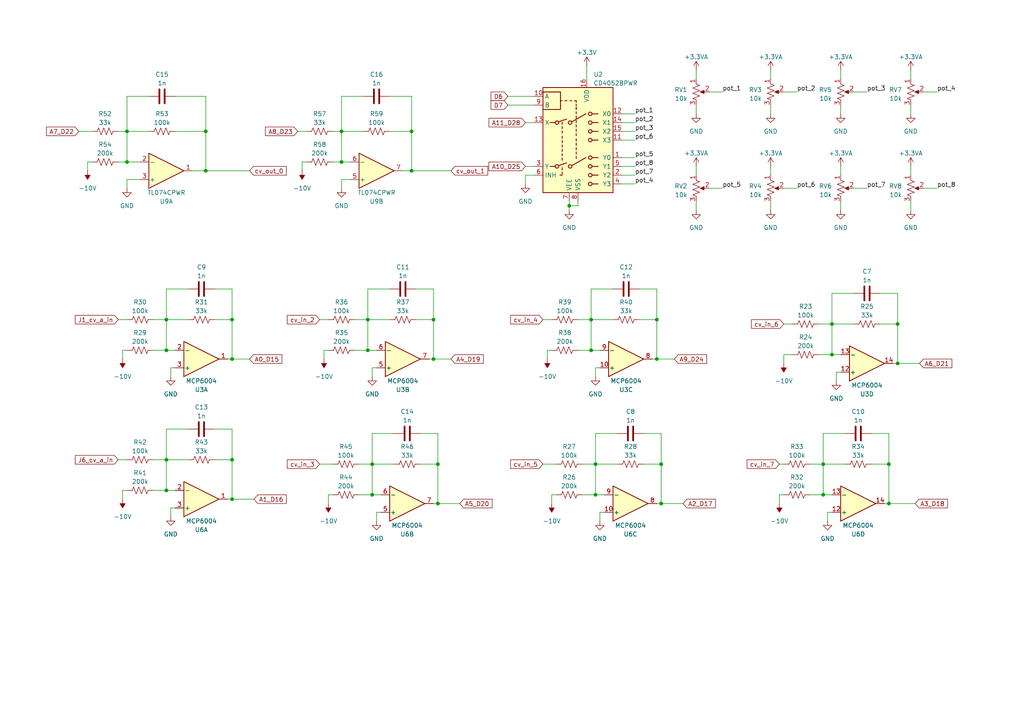
<source format=kicad_sch>
(kicad_sch (version 20231120) (generator "eeschema") (generator_version "8.0")
  (paper "A4")
  (lib_symbols
    (symbol "Amplifier_Operational:MCP6004" (pin_names (offset 0.127))
      (property "Reference" "U" (at 0 5.08 0))
      (property "Value" "MCP6004" (at 0 -5.08 0))
      (symbol "MCP6004_1_1"
        (polyline (pts (xy -5.08 5.08) (xy 5.08 0) (xy -5.08 -5.08) (xy -5.08 5.08)) (stroke (width 0.254)) (fill (type background)))
        (pin output line (at 7.62 0 180) (length 2.54) (name "~") (number "1"))
        (pin input line (at -7.62 -2.54 0) (length 2.54) (name "-") (number "2"))
        (pin input line (at -7.62 2.54 0) (length 2.54) (name "+") (number "3"))
      )
      (symbol "MCP6004_2_1"
        (polyline (pts (xy -5.08 5.08) (xy 5.08 0) (xy -5.08 -5.08) (xy -5.08 5.08)) (stroke (width 0.254)) (fill (type background)))
        (pin input line (at -7.62 2.54 0) (length 2.54) (name "+") (number "5"))
        (pin input line (at -7.62 -2.54 0) (length 2.54) (name "-") (number "6"))
        (pin output line (at 7.62 0 180) (length 2.54) (name "~") (number "7"))
      )
      (symbol "MCP6004_3_1"
        (polyline (pts (xy -5.08 5.08) (xy 5.08 0) (xy -5.08 -5.08) (xy -5.08 5.08)) (stroke (width 0.254)) (fill (type background)))
        (pin input line (at -7.62 2.54 0) (length 2.54) (name "+") (number "10"))
        (pin output line (at 7.62 0 180) (length 2.54) (name "~") (number "8"))
        (pin input line (at -7.62 -2.54 0) (length 2.54) (name "-") (number "9"))
      )
      (symbol "MCP6004_4_1"
        (polyline (pts (xy -5.08 5.08) (xy 5.08 0) (xy -5.08 -5.08) (xy -5.08 5.08)) (stroke (width 0.254)) (fill (type background)))
        (pin input line (at -7.62 2.54 0) (length 2.54) (name "+") (number "12"))
        (pin input line (at -7.62 -2.54 0) (length 2.54) (name "-") (number "13"))
        (pin output line (at 7.62 0 180) (length 2.54) (name "~") (number "14"))
      )
      (symbol "MCP6004_5_1"
        (pin power_in line (at -2.54 -7.62 90) (length 3.81) (name "V-") (number "11"))
        (pin power_in line (at -2.54 7.62 270) (length 3.81) (name "V+") (number "4"))
      )
    )
    (symbol "Amplifier_Operational:TL074" (pin_names (offset 0.127))
      (property "Reference" "U" (at 0 5.08 0))
      (property "Value" "TL074" (at 0 -5.08 0))
      (symbol "TL074_1_1"
        (polyline (pts (xy -5.08 5.08) (xy 5.08 0) (xy -5.08 -5.08) (xy -5.08 5.08)) (stroke (width 0.254)) (fill (type background)))
        (pin output line (at 7.62 0 180) (length 2.54) (name "~") (number "1"))
        (pin input line (at -7.62 -2.54 0) (length 2.54) (name "-") (number "2"))
        (pin input line (at -7.62 2.54 0) (length 2.54) (name "+") (number "3"))
      )
      (symbol "TL074_2_1"
        (polyline (pts (xy -5.08 5.08) (xy 5.08 0) (xy -5.08 -5.08) (xy -5.08 5.08)) (stroke (width 0.254)) (fill (type background)))
        (pin input line (at -7.62 2.54 0) (length 2.54) (name "+") (number "5"))
        (pin input line (at -7.62 -2.54 0) (length 2.54) (name "-") (number "6"))
        (pin output line (at 7.62 0 180) (length 2.54) (name "~") (number "7"))
      )
      (symbol "TL074_3_1"
        (polyline (pts (xy -5.08 5.08) (xy 5.08 0) (xy -5.08 -5.08) (xy -5.08 5.08)) (stroke (width 0.254)) (fill (type background)))
        (pin input line (at -7.62 2.54 0) (length 2.54) (name "+") (number "10"))
        (pin output line (at 7.62 0 180) (length 2.54) (name "~") (number "8"))
        (pin input line (at -7.62 -2.54 0) (length 2.54) (name "-") (number "9"))
      )
      (symbol "TL074_4_1"
        (polyline (pts (xy -5.08 5.08) (xy 5.08 0) (xy -5.08 -5.08) (xy -5.08 5.08)) (stroke (width 0.254)) (fill (type background)))
        (pin input line (at -7.62 2.54 0) (length 2.54) (name "+") (number "12"))
        (pin input line (at -7.62 -2.54 0) (length 2.54) (name "-") (number "13"))
        (pin output line (at 7.62 0 180) (length 2.54) (name "~") (number "14"))
      )
      (symbol "TL074_5_1"
        (pin power_in line (at -2.54 -7.62 90) (length 3.81) (name "V-") (number "11"))
        (pin power_in line (at -2.54 7.62 270) (length 3.81) (name "V+") (number "4"))
      )
    )
    (symbol "Analog_Switch:CD4052B"
      (property "Reference" "U" (at -10.16 16.51 0))
      (property "Value" "CD4052B" (at 3.81 16.51 0))
      (symbol "CD4052B_0_1"
        (rectangle (start -10.16 8.89) (end -5.08 13.97) (stroke (width 0.254)))
        (rectangle (start -10.16 15.24) (end 10.16 -15.24) (stroke (width 0.254)) (fill (type background)))
        (circle (center -6.096 -7.62) (radius 0.508) (stroke (width 0.254)))
        (circle (center -6.096 5.08) (radius 0.508) (stroke (width 0.254)))
        (circle (center -2.286 -7.62) (radius 0.508) (stroke (width 0.254)))
        (circle (center -2.286 5.08) (radius 0.508) (stroke (width 0.254)))
        (polyline (pts (xy -8.128 -7.62) (xy -6.604 -7.62)) (stroke (width 0.254)))
        (polyline (pts (xy -8.128 5.08) (xy -6.604 5.08)) (stroke (width 0.254)))
        (polyline (pts (xy -5.588 -7.366) (xy -3.302 -6.604)) (stroke (width 0.254)))
        (polyline (pts (xy -5.588 5.334) (xy -3.302 6.096)) (stroke (width 0.254)))
        (polyline (pts (xy -4.572 -10.16) (xy -5.207 -10.16)) (stroke (width 0.254)))
        (polyline (pts (xy -4.572 -9.906) (xy -4.572 -9.271)) (stroke (width 0.254)))
        (polyline (pts (xy -4.572 -8.636) (xy -4.572 -8.001)) (stroke (width 0.254)))
        (polyline (pts (xy -4.572 -5.842) (xy -4.572 -5.207)) (stroke (width 0.254)))
        (polyline (pts (xy -4.572 -4.572) (xy -4.572 -3.937)) (stroke (width 0.254)))
        (polyline (pts (xy -4.572 -3.302) (xy -4.572 -2.667)) (stroke (width 0.254)))
        (polyline (pts (xy -4.572 -2.032) (xy -4.572 -1.397)) (stroke (width 0.254)))
        (polyline (pts (xy -4.572 -0.762) (xy -4.572 -0.127)) (stroke (width 0.254)))
        (polyline (pts (xy -4.572 0.508) (xy -4.572 1.143)) (stroke (width 0.254)))
        (polyline (pts (xy -4.572 2.032) (xy -4.572 2.667)) (stroke (width 0.254)))
        (polyline (pts (xy -4.572 3.302) (xy -4.572 3.937)) (stroke (width 0.254)))
        (polyline (pts (xy -4.572 4.572) (xy -4.572 5.207)) (stroke (width 0.254)))
        (polyline (pts (xy -4.572 11.43) (xy -5.08 11.43)) (stroke (width 0.254)))
        (polyline (pts (xy -3.81 11.43) (xy -3.175 11.43)) (stroke (width 0.254)))
        (polyline (pts (xy -1.778 -7.366) (xy 2.286 -5.08)) (stroke (width 0.254)))
        (polyline (pts (xy -1.778 5.334) (xy 2.286 7.62)) (stroke (width 0.254)))
        (polyline (pts (xy -1.778 11.43) (xy -2.286 11.43)) (stroke (width 0.254)))
        (polyline (pts (xy -0.508 -5.334) (xy -0.508 -4.699)) (stroke (width 0.254)))
        (polyline (pts (xy -0.508 -4.064) (xy -0.508 -3.429)) (stroke (width 0.254)))
        (polyline (pts (xy -0.508 -2.794) (xy -0.508 -2.159)) (stroke (width 0.254)))
        (polyline (pts (xy -0.508 -1.524) (xy -0.508 -0.889)) (stroke (width 0.254)))
        (polyline (pts (xy -0.508 -0.254) (xy -0.508 0.381)) (stroke (width 0.254)))
        (polyline (pts (xy -0.508 1.27) (xy -0.508 1.905)) (stroke (width 0.254)))
        (polyline (pts (xy -0.508 2.54) (xy -0.508 3.175)) (stroke (width 0.254)))
        (polyline (pts (xy -0.508 3.81) (xy -0.508 4.445)) (stroke (width 0.254)))
        (polyline (pts (xy -0.508 5.08) (xy -0.508 5.715)) (stroke (width 0.254)))
        (polyline (pts (xy -0.508 6.35) (xy -0.508 6.985)) (stroke (width 0.254)))
        (polyline (pts (xy -0.508 7.62) (xy -0.508 8.255)) (stroke (width 0.254)))
        (polyline (pts (xy -0.508 8.89) (xy -0.508 9.398)) (stroke (width 0.254)))
        (polyline (pts (xy -0.508 8.89) (xy -0.508 9.525)) (stroke (width 0.254)))
        (polyline (pts (xy -0.508 9.906) (xy -0.508 10.414)) (stroke (width 0.254)))
        (polyline (pts (xy -0.508 10.922) (xy -0.508 11.43)) (stroke (width 0.254)))
        (polyline (pts (xy -0.508 11.43) (xy -1.016 11.43)) (stroke (width 0.254)))
        (polyline (pts (xy 4.064 -12.7) (xy 5.842 -12.7)) (stroke (width 0.254)))
        (polyline (pts (xy 4.064 -10.16) (xy 5.842 -10.16)) (stroke (width 0.254)))
        (polyline (pts (xy 4.064 -7.62) (xy 5.842 -7.62)) (stroke (width 0.254)))
        (polyline (pts (xy 4.064 -5.08) (xy 5.842 -5.08)) (stroke (width 0.254)))
        (polyline (pts (xy 4.064 0) (xy 5.842 0)) (stroke (width 0.254)))
        (polyline (pts (xy 4.064 2.54) (xy 5.842 2.54)) (stroke (width 0.254)))
        (polyline (pts (xy 4.064 5.08) (xy 5.842 5.08)) (stroke (width 0.254)))
        (polyline (pts (xy 4.064 7.62) (xy 5.842 7.62)) (stroke (width 0.254)))
        (circle (center 3.556 -12.7) (radius 0.508) (stroke (width 0.254)))
        (circle (center 3.556 -10.16) (radius 0.508) (stroke (width 0.254)))
        (circle (center 3.556 -7.62) (radius 0.508) (stroke (width 0.254)))
        (circle (center 3.556 -5.08) (radius 0.508) (stroke (width 0.254)))
        (circle (center 3.556 0) (radius 0.508) (stroke (width 0.254)))
        (circle (center 3.556 2.54) (radius 0.508) (stroke (width 0.254)))
        (circle (center 3.556 5.08) (radius 0.508) (stroke (width 0.254)))
        (circle (center 3.556 7.62) (radius 0.508) (stroke (width 0.254)))
      )
      (symbol "CD4052B_1_1"
        (pin bidirectional line (at 12.7 -5.08 180) (length 2.54) (name "Y0") (number "1"))
        (pin input line (at -12.7 12.7 0) (length 2.54) (name "A") (number "10"))
        (pin bidirectional line (at 12.7 0 180) (length 2.54) (name "X3") (number "11"))
        (pin bidirectional line (at 12.7 7.62 180) (length 2.54) (name "X0") (number "12"))
        (pin bidirectional line (at -12.7 5.08 0) (length 2.54) (name "X") (number "13"))
        (pin bidirectional line (at 12.7 5.08 180) (length 2.54) (name "X1") (number "14"))
        (pin bidirectional line (at 12.7 2.54 180) (length 2.54) (name "X2") (number "15"))
        (pin power_in line (at 2.54 17.78 270) (length 2.54) (name "VDD") (number "16"))
        (pin bidirectional line (at 12.7 -10.16 180) (length 2.54) (name "Y2") (number "2"))
        (pin bidirectional line (at -12.7 -7.62 0) (length 2.54) (name "Y") (number "3"))
        (pin bidirectional line (at 12.7 -12.7 180) (length 2.54) (name "Y3") (number "4"))
        (pin bidirectional line (at 12.7 -7.62 180) (length 2.54) (name "Y1") (number "5"))
        (pin input line (at -12.7 -10.16 0) (length 2.54) (name "INH") (number "6"))
        (pin power_in line (at -2.54 -17.78 90) (length 2.54) (name "VEE") (number "7"))
        (pin power_in line (at 0 -17.78 90) (length 2.54) (name "VSS") (number "8"))
        (pin input line (at -12.7 10.16 0) (length 2.54) (name "B") (number "9"))
      )
    )
    (symbol "Device:C" (pin_numbers hide) (pin_names (offset 0.254))
      (property "Reference" "C" (at 0.635 2.54 0))
      (property "Value" "C" (at 0.635 -2.54 0))
      (symbol "C_0_1"
        (polyline (pts (xy -2.032 -0.762) (xy 2.032 -0.762)) (stroke (width 0.508)))
        (polyline (pts (xy -2.032 0.762) (xy 2.032 0.762)) (stroke (width 0.508)))
      )
      (symbol "C_1_1"
        (pin passive line (at 0 3.81 270) (length 2.794) (name "~") (number "1"))
        (pin passive line (at 0 -3.81 90) (length 2.794) (name "~") (number "2"))
      )
    )
    (symbol "Device:R_Potentiometer_US" (pin_names (offset 1.016) hide)
      (property "Reference" "RV" (at -4.445 0 90))
      (property "Value" "R_Potentiometer_US" (at -2.54 0 90))
      (symbol "R_Potentiometer_US_0_1"
        (polyline (pts (xy 0 -2.286) (xy 0 -2.54)))
        (polyline (pts (xy 0 2.54) (xy 0 2.286)))
        (polyline (pts (xy 2.54 0) (xy 1.524 0)))
        (polyline (pts (xy 1.143 0) (xy 2.286 0.508) (xy 2.286 -0.508) (xy 1.143 0)) (fill (type outline)))
        (polyline (pts (xy 0 -0.762) (xy 1.016 -1.143) (xy 0 -1.524) (xy -1.016 -1.905) (xy 0 -2.286)))
        (polyline (pts (xy 0 0.762) (xy 1.016 0.381) (xy 0 0) (xy -1.016 -0.381) (xy 0 -0.762)))
        (polyline (pts (xy 0 2.286) (xy 1.016 1.905) (xy 0 1.524) (xy -1.016 1.143) (xy 0 0.762)))
      )
      (symbol "R_Potentiometer_US_1_1"
        (pin passive line (at 0 3.81 270) (length 1.27) (name "1") (number "1"))
        (pin passive line (at 3.81 0 180) (length 1.27) (name "2") (number "2"))
        (pin passive line (at 0 -3.81 90) (length 1.27) (name "3") (number "3"))
      )
    )
    (symbol "Device:R_US" (pin_numbers hide) (pin_names (offset 0))
      (property "Reference" "R" (at 2.54 0 90))
      (property "Value" "R_US" (at -2.54 0 90))
      (symbol "R_US_0_1"
        (polyline (pts (xy 0 -2.286) (xy 0 -2.54)))
        (polyline (pts (xy 0 2.286) (xy 0 2.54)))
        (polyline (pts (xy 0 -0.762) (xy 1.016 -1.143) (xy 0 -1.524) (xy -1.016 -1.905) (xy 0 -2.286)))
        (polyline (pts (xy 0 0.762) (xy 1.016 0.381) (xy 0 0) (xy -1.016 -0.381) (xy 0 -0.762)))
        (polyline (pts (xy 0 2.286) (xy 1.016 1.905) (xy 0 1.524) (xy -1.016 1.143) (xy 0 0.762)))
      )
      (symbol "R_US_1_1"
        (pin passive line (at 0 3.81 270) (length 1.27) (name "~") (number "1"))
        (pin passive line (at 0 -3.81 90) (length 1.27) (name "~") (number "2"))
      )
    )
    (symbol "power:+3.3V" (power) (pin_names (offset 0))
      (property "Value" "+3.3V" (at 0 3.556 0))
      (symbol "+3.3V_0_1"
        (polyline (pts (xy -0.762 1.27) (xy 0 2.54)))
        (polyline (pts (xy 0 0) (xy 0 2.54)))
        (polyline (pts (xy 0 2.54) (xy 0.762 1.27)))
      )
      (symbol "+3.3V_1_1"
        (pin power_in line (at 0 0 90) (length 0) hide (name "+3.3V") (number "1"))
      )
    )
    (symbol "power:+3.3VA" (power) (pin_names (offset 0))
      (property "Value" "+3.3VA" (at 0 3.556 0))
      (symbol "+3.3VA_0_1"
        (polyline (pts (xy -0.762 1.27) (xy 0 2.54)))
        (polyline (pts (xy 0 0) (xy 0 2.54)))
        (polyline (pts (xy 0 2.54) (xy 0.762 1.27)))
      )
      (symbol "+3.3VA_1_1"
        (pin power_in line (at 0 0 90) (length 0) hide (name "+3.3VA") (number "1"))
      )
    )
    (symbol "power:-10V" (power) (pin_names (offset 0))
      (property "Value" "-10V" (at 0 3.81 0))
      (symbol "-10V_0_0"
        (pin power_in line (at 0 0 90) (length 0) hide (name "-10V") (number "1"))
      )
      (symbol "-10V_0_1"
        (polyline (pts (xy 0 0) (xy 0 1.27) (xy 0.762 1.27) (xy 0 2.54) (xy -0.762 1.27) (xy 0 1.27)) (fill (type outline)))
      )
    )
    (symbol "power:GND" (power) (pin_names (offset 0))
      (property "Value" "GND" (at 0 -3.81 0))
      (symbol "GND_0_1"
        (polyline (pts (xy 0 0) (xy 0 -1.27) (xy 1.27 -1.27) (xy 0 -2.54) (xy -1.27 -1.27) (xy 0 -1.27)))
      )
      (symbol "GND_1_1"
        (pin power_in line (at 0 0 270) (length 0) hide (name "GND") (number "1"))
      )
    )
  )
  (junction (at 190.5 92.71))
  (junction (at 107.95 134.62))
  (junction (at 67.31 104.14))
  (junction (at 238.76 143.51))
  (junction (at 119.38 49.53))
  (junction (at 99.06 46.99))
  (junction (at 125.73 92.71))
  (junction (at 127 146.05))
  (junction (at 257.81 146.05))
  (junction (at 107.95 143.51))
  (junction (at 257.81 134.62))
  (junction (at 238.76 134.62))
  (junction (at 36.83 46.99))
  (junction (at 260.35 105.41))
  (junction (at 171.45 101.6))
  (junction (at 191.77 134.62))
  (junction (at 48.26 142.24))
  (junction (at 172.72 134.62))
  (junction (at 67.31 92.71))
  (junction (at 59.69 49.53))
  (junction (at 171.45 92.71))
  (junction (at 127 134.62))
  (junction (at 106.68 101.6))
  (junction (at 59.69 38.1))
  (junction (at 260.35 93.98))
  (junction (at 241.3 102.87))
  (junction (at 36.83 38.1))
  (junction (at 191.77 146.05))
  (junction (at 241.3 93.98))
  (junction (at 172.72 143.51))
  (junction (at 165.1 59.69))
  (junction (at 48.26 101.6))
  (junction (at 48.26 133.35))
  (junction (at 106.68 92.71))
  (junction (at 125.73 104.14))
  (junction (at 48.26 92.71))
  (junction (at 99.06 38.1))
  (junction (at 67.31 133.35))
  (junction (at 67.31 144.78))
  (junction (at 190.5 104.14))
  (junction (at 119.38 38.1))
  (wire (pts (xy 107.95 109.22) (xy 107.95 106.68)))
  (wire (pts (xy 67.31 144.78) (xy 73.66 144.78)))
  (wire (pts (xy 227.33 93.98) (xy 229.87 93.98)))
  (wire (pts (xy 119.38 38.1) (xy 119.38 49.53)))
  (wire (pts (xy 185.42 92.71) (xy 190.5 92.71)))
  (wire (pts (xy 67.31 83.82) (xy 67.31 92.71)))
  (wire (pts (xy 241.3 102.87) (xy 243.84 102.87)))
  (wire (pts (xy 36.83 52.07) (xy 40.64 52.07)))
  (wire (pts (xy 35.56 104.14) (xy 35.56 101.6)))
  (wire (pts (xy 152.4 50.8) (xy 154.94 50.8)))
  (wire (pts (xy 180.34 50.8) (xy 184.15 50.8)))
  (wire (pts (xy 48.26 101.6) (xy 50.8 101.6)))
  (wire (pts (xy 120.65 92.71) (xy 125.73 92.71)))
  (wire (pts (xy 252.73 134.62) (xy 257.81 134.62)))
  (wire (pts (xy 205.74 26.67) (xy 209.55 26.67)))
  (wire (pts (xy 106.68 83.82) (xy 106.68 92.71)))
  (wire (pts (xy 167.64 101.6) (xy 171.45 101.6)))
  (wire (pts (xy 201.93 48.26) (xy 201.93 50.8)))
  (wire (pts (xy 35.56 144.78) (xy 35.56 142.24)))
  (wire (pts (xy 238.76 125.73) (xy 238.76 134.62)))
  (wire (pts (xy 35.56 142.24) (xy 36.83 142.24)))
  (wire (pts (xy 168.91 143.51) (xy 172.72 143.51)))
  (wire (pts (xy 48.26 92.71) (xy 48.26 101.6)))
  (wire (pts (xy 44.45 92.71) (xy 48.26 92.71)))
  (wire (pts (xy 152.4 53.34) (xy 152.4 50.8)))
  (wire (pts (xy 62.23 83.82) (xy 67.31 83.82)))
  (wire (pts (xy 44.45 142.24) (xy 48.26 142.24)))
  (wire (pts (xy 165.1 58.42) (xy 165.1 59.69)))
  (wire (pts (xy 234.95 143.51) (xy 238.76 143.51)))
  (wire (pts (xy 43.18 27.94) (xy 36.83 27.94)))
  (wire (pts (xy 48.26 124.46) (xy 48.26 133.35)))
  (wire (pts (xy 180.34 45.72) (xy 184.15 45.72)))
  (wire (pts (xy 257.81 134.62) (xy 257.81 146.05)))
  (wire (pts (xy 167.64 58.42) (xy 167.64 59.69)))
  (wire (pts (xy 171.45 92.71) (xy 177.8 92.71)))
  (wire (pts (xy 243.84 20.32) (xy 243.84 22.86)))
  (wire (pts (xy 92.71 92.71) (xy 95.25 92.71)))
  (wire (pts (xy 99.06 27.94) (xy 99.06 38.1)))
  (wire (pts (xy 257.81 146.05) (xy 265.43 146.05)))
  (wire (pts (xy 125.73 104.14) (xy 124.46 104.14)))
  (wire (pts (xy 158.75 104.14) (xy 158.75 101.6)))
  (wire (pts (xy 102.87 92.71) (xy 106.68 92.71)))
  (wire (pts (xy 226.06 143.51) (xy 227.33 143.51)))
  (wire (pts (xy 48.26 142.24) (xy 50.8 142.24)))
  (wire (pts (xy 50.8 38.1) (xy 59.69 38.1)))
  (wire (pts (xy 147.32 27.94) (xy 154.94 27.94)))
  (wire (pts (xy 59.69 27.94) (xy 59.69 38.1)))
  (wire (pts (xy 226.06 134.62) (xy 227.33 134.62)))
  (wire (pts (xy 119.38 27.94) (xy 119.38 38.1)))
  (wire (pts (xy 165.1 59.69) (xy 165.1 60.96)))
  (wire (pts (xy 157.48 92.71) (xy 160.02 92.71)))
  (wire (pts (xy 227.33 102.87) (xy 229.87 102.87)))
  (wire (pts (xy 223.52 48.26) (xy 223.52 50.8)))
  (wire (pts (xy 172.72 134.62) (xy 179.07 134.62)))
  (wire (pts (xy 190.5 92.71) (xy 190.5 104.14)))
  (wire (pts (xy 67.31 92.71) (xy 67.31 104.14)))
  (wire (pts (xy 114.3 125.73) (xy 107.95 125.73)))
  (wire (pts (xy 34.29 38.1) (xy 36.83 38.1)))
  (wire (pts (xy 104.14 134.62) (xy 107.95 134.62)))
  (wire (pts (xy 172.72 109.22) (xy 172.72 106.68)))
  (wire (pts (xy 241.3 93.98) (xy 247.65 93.98)))
  (wire (pts (xy 223.52 20.32) (xy 223.52 22.86)))
  (wire (pts (xy 238.76 134.62) (xy 238.76 143.51)))
  (wire (pts (xy 252.73 125.73) (xy 257.81 125.73)))
  (wire (pts (xy 107.95 143.51) (xy 110.49 143.51)))
  (wire (pts (xy 121.92 134.62) (xy 127 134.62)))
  (wire (pts (xy 152.4 35.56) (xy 154.94 35.56)))
  (wire (pts (xy 177.8 83.82) (xy 171.45 83.82)))
  (wire (pts (xy 257.81 146.05) (xy 256.54 146.05)))
  (wire (pts (xy 48.26 92.71) (xy 54.61 92.71)))
  (wire (pts (xy 260.35 105.41) (xy 266.7 105.41)))
  (wire (pts (xy 36.83 27.94) (xy 36.83 38.1)))
  (wire (pts (xy 243.84 58.42) (xy 243.84 60.96)))
  (wire (pts (xy 25.4 46.99) (xy 26.67 46.99)))
  (wire (pts (xy 237.49 102.87) (xy 241.3 102.87)))
  (wire (pts (xy 67.31 144.78) (xy 66.04 144.78)))
  (wire (pts (xy 158.75 101.6) (xy 160.02 101.6)))
  (wire (pts (xy 119.38 49.53) (xy 116.84 49.53)))
  (wire (pts (xy 247.65 26.67) (xy 251.46 26.67)))
  (wire (pts (xy 99.06 46.99) (xy 101.6 46.99)))
  (wire (pts (xy 165.1 59.69) (xy 167.64 59.69)))
  (wire (pts (xy 237.49 93.98) (xy 241.3 93.98)))
  (wire (pts (xy 34.29 46.99) (xy 36.83 46.99)))
  (wire (pts (xy 36.83 38.1) (xy 36.83 46.99)))
  (wire (pts (xy 107.95 134.62) (xy 114.3 134.62)))
  (wire (pts (xy 245.11 125.73) (xy 238.76 125.73)))
  (wire (pts (xy 190.5 104.14) (xy 195.58 104.14)))
  (wire (pts (xy 96.52 38.1) (xy 99.06 38.1)))
  (wire (pts (xy 107.95 125.73) (xy 107.95 134.62)))
  (wire (pts (xy 34.29 133.35) (xy 36.83 133.35)))
  (wire (pts (xy 86.36 38.1) (xy 88.9 38.1)))
  (wire (pts (xy 264.16 48.26) (xy 264.16 50.8)))
  (wire (pts (xy 180.34 33.02) (xy 184.15 33.02)))
  (wire (pts (xy 171.45 92.71) (xy 171.45 101.6)))
  (wire (pts (xy 238.76 143.51) (xy 241.3 143.51)))
  (wire (pts (xy 247.65 54.61) (xy 251.46 54.61)))
  (wire (pts (xy 264.16 20.32) (xy 264.16 22.86)))
  (wire (pts (xy 267.97 54.61) (xy 271.78 54.61)))
  (wire (pts (xy 160.02 143.51) (xy 161.29 143.51)))
  (wire (pts (xy 34.29 92.71) (xy 36.83 92.71)))
  (wire (pts (xy 240.03 148.59) (xy 241.3 148.59)))
  (wire (pts (xy 48.26 133.35) (xy 48.26 142.24)))
  (wire (pts (xy 223.52 58.42) (xy 223.52 60.96)))
  (wire (pts (xy 54.61 124.46) (xy 48.26 124.46)))
  (wire (pts (xy 173.99 151.13) (xy 173.99 148.59)))
  (wire (pts (xy 121.92 125.73) (xy 127 125.73)))
  (wire (pts (xy 180.34 40.64) (xy 184.15 40.64)))
  (wire (pts (xy 62.23 92.71) (xy 67.31 92.71)))
  (wire (pts (xy 201.93 20.32) (xy 201.93 22.86)))
  (wire (pts (xy 113.03 27.94) (xy 119.38 27.94)))
  (wire (pts (xy 127 134.62) (xy 127 146.05)))
  (wire (pts (xy 264.16 58.42) (xy 264.16 60.96)))
  (wire (pts (xy 67.31 124.46) (xy 67.31 133.35)))
  (wire (pts (xy 105.41 27.94) (xy 99.06 27.94)))
  (wire (pts (xy 260.35 105.41) (xy 259.08 105.41)))
  (wire (pts (xy 180.34 38.1) (xy 184.15 38.1)))
  (wire (pts (xy 36.83 38.1) (xy 43.18 38.1)))
  (wire (pts (xy 190.5 104.14) (xy 189.23 104.14)))
  (wire (pts (xy 255.27 93.98) (xy 260.35 93.98)))
  (wire (pts (xy 49.53 109.22) (xy 49.53 106.68)))
  (wire (pts (xy 185.42 83.82) (xy 190.5 83.82)))
  (wire (pts (xy 260.35 85.09) (xy 260.35 93.98)))
  (wire (pts (xy 107.95 106.68) (xy 109.22 106.68)))
  (wire (pts (xy 267.97 26.67) (xy 271.78 26.67)))
  (wire (pts (xy 157.48 134.62) (xy 161.29 134.62)))
  (wire (pts (xy 170.18 19.05) (xy 170.18 22.86)))
  (wire (pts (xy 152.4 48.26) (xy 154.94 48.26)))
  (wire (pts (xy 173.99 148.59) (xy 175.26 148.59)))
  (wire (pts (xy 227.33 54.61) (xy 231.14 54.61)))
  (wire (pts (xy 125.73 83.82) (xy 125.73 92.71)))
  (wire (pts (xy 190.5 83.82) (xy 190.5 92.71)))
  (wire (pts (xy 243.84 48.26) (xy 243.84 50.8)))
  (wire (pts (xy 25.4 49.53) (xy 25.4 46.99)))
  (wire (pts (xy 180.34 35.56) (xy 184.15 35.56)))
  (wire (pts (xy 226.06 146.05) (xy 226.06 143.51)))
  (wire (pts (xy 227.33 105.41) (xy 227.33 102.87)))
  (wire (pts (xy 93.98 104.14) (xy 93.98 101.6)))
  (wire (pts (xy 172.72 143.51) (xy 175.26 143.51)))
  (wire (pts (xy 167.64 92.71) (xy 171.45 92.71)))
  (wire (pts (xy 260.35 93.98) (xy 260.35 105.41)))
  (wire (pts (xy 102.87 101.6) (xy 106.68 101.6)))
  (wire (pts (xy 227.33 26.67) (xy 231.14 26.67)))
  (wire (pts (xy 242.57 110.49) (xy 242.57 107.95)))
  (wire (pts (xy 99.06 38.1) (xy 105.41 38.1)))
  (wire (pts (xy 201.93 30.48) (xy 201.93 33.02)))
  (wire (pts (xy 106.68 101.6) (xy 109.22 101.6)))
  (wire (pts (xy 107.95 134.62) (xy 107.95 143.51)))
  (wire (pts (xy 238.76 134.62) (xy 245.11 134.62)))
  (wire (pts (xy 147.32 30.48) (xy 154.94 30.48)))
  (wire (pts (xy 106.68 92.71) (xy 113.03 92.71)))
  (wire (pts (xy 59.69 49.53) (xy 72.39 49.53)))
  (wire (pts (xy 59.69 49.53) (xy 55.88 49.53)))
  (wire (pts (xy 22.86 38.1) (xy 26.67 38.1)))
  (wire (pts (xy 62.23 133.35) (xy 67.31 133.35)))
  (wire (pts (xy 48.26 133.35) (xy 54.61 133.35)))
  (wire (pts (xy 93.98 101.6) (xy 95.25 101.6)))
  (wire (pts (xy 125.73 104.14) (xy 130.81 104.14)))
  (wire (pts (xy 191.77 134.62) (xy 191.77 146.05)))
  (wire (pts (xy 109.22 151.13) (xy 109.22 148.59)))
  (wire (pts (xy 234.95 134.62) (xy 238.76 134.62)))
  (wire (pts (xy 241.3 93.98) (xy 241.3 102.87)))
  (wire (pts (xy 49.53 149.86) (xy 49.53 147.32)))
  (wire (pts (xy 191.77 125.73) (xy 191.77 134.62)))
  (wire (pts (xy 49.53 147.32) (xy 50.8 147.32)))
  (wire (pts (xy 242.57 107.95) (xy 243.84 107.95)))
  (wire (pts (xy 59.69 38.1) (xy 59.69 49.53)))
  (wire (pts (xy 243.84 30.48) (xy 243.84 33.02)))
  (wire (pts (xy 171.45 101.6) (xy 173.99 101.6)))
  (wire (pts (xy 67.31 104.14) (xy 72.39 104.14)))
  (wire (pts (xy 36.83 54.61) (xy 36.83 52.07)))
  (wire (pts (xy 179.07 125.73) (xy 172.72 125.73)))
  (wire (pts (xy 113.03 83.82) (xy 106.68 83.82)))
  (wire (pts (xy 172.72 134.62) (xy 172.72 143.51)))
  (wire (pts (xy 168.91 134.62) (xy 172.72 134.62)))
  (wire (pts (xy 54.61 83.82) (xy 48.26 83.82)))
  (wire (pts (xy 180.34 53.34) (xy 184.15 53.34)))
  (wire (pts (xy 99.06 38.1) (xy 99.06 46.99)))
  (wire (pts (xy 104.14 143.51) (xy 107.95 143.51)))
  (wire (pts (xy 120.65 83.82) (xy 125.73 83.82)))
  (wire (pts (xy 87.63 46.99) (xy 88.9 46.99)))
  (wire (pts (xy 49.53 106.68) (xy 50.8 106.68)))
  (wire (pts (xy 101.6 52.07) (xy 99.06 52.07)))
  (wire (pts (xy 240.03 151.13) (xy 240.03 148.59)))
  (wire (pts (xy 257.81 125.73) (xy 257.81 134.62)))
  (wire (pts (xy 201.93 58.42) (xy 201.93 60.96)))
  (wire (pts (xy 113.03 38.1) (xy 119.38 38.1)))
  (wire (pts (xy 106.68 92.71) (xy 106.68 101.6)))
  (wire (pts (xy 186.69 134.62) (xy 191.77 134.62)))
  (wire (pts (xy 48.26 83.82) (xy 48.26 92.71)))
  (wire (pts (xy 50.8 27.94) (xy 59.69 27.94)))
  (wire (pts (xy 171.45 83.82) (xy 171.45 92.71)))
  (wire (pts (xy 125.73 92.71) (xy 125.73 104.14)))
  (wire (pts (xy 127 125.73) (xy 127 134.62)))
  (wire (pts (xy 180.34 48.26) (xy 184.15 48.26)))
  (wire (pts (xy 127 146.05) (xy 125.73 146.05)))
  (wire (pts (xy 172.72 106.68) (xy 173.99 106.68)))
  (wire (pts (xy 255.27 85.09) (xy 260.35 85.09)))
  (wire (pts (xy 44.45 133.35) (xy 48.26 133.35)))
  (wire (pts (xy 172.72 125.73) (xy 172.72 134.62)))
  (wire (pts (xy 223.52 30.48) (xy 223.52 33.02)))
  (wire (pts (xy 62.23 124.46) (xy 67.31 124.46)))
  (wire (pts (xy 67.31 133.35) (xy 67.31 144.78)))
  (wire (pts (xy 95.25 146.05) (xy 95.25 143.51)))
  (wire (pts (xy 264.16 30.48) (xy 264.16 33.02)))
  (wire (pts (xy 44.45 101.6) (xy 48.26 101.6)))
  (wire (pts (xy 205.74 54.61) (xy 209.55 54.61)))
  (wire (pts (xy 119.38 49.53) (xy 130.81 49.53)))
  (wire (pts (xy 191.77 146.05) (xy 190.5 146.05)))
  (wire (pts (xy 247.65 85.09) (xy 241.3 85.09)))
  (wire (pts (xy 241.3 85.09) (xy 241.3 93.98)))
  (wire (pts (xy 191.77 146.05) (xy 198.12 146.05)))
  (wire (pts (xy 35.56 101.6) (xy 36.83 101.6)))
  (wire (pts (xy 99.06 52.07) (xy 99.06 54.61)))
  (wire (pts (xy 95.25 143.51) (xy 96.52 143.51)))
  (wire (pts (xy 96.52 46.99) (xy 99.06 46.99)))
  (wire (pts (xy 160.02 146.05) (xy 160.02 143.51)))
  (wire (pts (xy 67.31 104.14) (xy 66.04 104.14)))
  (wire (pts (xy 127 146.05) (xy 133.35 146.05)))
  (wire (pts (xy 109.22 148.59) (xy 110.49 148.59)))
  (wire (pts (xy 186.69 125.73) (xy 191.77 125.73)))
  (wire (pts (xy 92.71 134.62) (xy 96.52 134.62)))
  (wire (pts (xy 87.63 49.53) (xy 87.63 46.99)))
  (wire (pts (xy 36.83 46.99) (xy 40.64 46.99)))
  (label "pot_6" (at 184.15 40.64 0))
  (label "pot_5" (at 209.55 54.61 0))
  (label "pot_6" (at 231.14 54.61 0))
  (label "pot_4" (at 184.15 53.34 0))
  (label "pot_1" (at 209.55 26.67 0))
  (label "pot_7" (at 251.46 54.61 0))
  (label "pot_1" (at 184.15 33.02 0))
  (label "pot_5" (at 184.15 45.72 0))
  (label "pot_8" (at 184.15 48.26 0))
  (label "pot_2" (at 231.14 26.67 0))
  (label "pot_8" (at 271.78 54.61 0))
  (label "pot_7" (at 184.15 50.8 0))
  (label "pot_2" (at 184.15 35.56 0))
  (label "pot_4" (at 271.78 26.67 0))
  (label "pot_3" (at 184.15 38.1 0))
  (label "pot_3" (at 251.46 26.67 0))
  (global_label "cv_in_6" (shape input) (at 227.33 93.98 180) (property "Intersheetrefs" "${INTERSHEET_REFS}" (effects (hide yes))))
  (global_label "cv_in_2" (shape input) (at 92.71 92.71 180) (property "Intersheetrefs" "${INTERSHEET_REFS}" (effects (hide yes))))
  (global_label "A0_D15" (shape input) (at 72.39 104.14 0) (property "Intersheetrefs" "${INTERSHEET_REFS}" (effects (hide yes))))
  (global_label "A5_D20" (shape input) (at 133.35 146.05 0) (property "Intersheetrefs" "${INTERSHEET_REFS}" (effects (hide yes))))
  (global_label "A8_D23" (shape input) (at 86.36 38.1 180) (property "Intersheetrefs" "${INTERSHEET_REFS}" (effects (hide yes))))
  (global_label "D7" (shape input) (at 147.32 30.48 180) (property "Intersheetrefs" "${INTERSHEET_REFS}" (effects (hide yes))))
  (global_label "cv_in_5" (shape input) (at 157.48 134.62 180) (property "Intersheetrefs" "${INTERSHEET_REFS}" (effects (hide yes))))
  (global_label "A2_D17" (shape input) (at 198.12 146.05 0) (property "Intersheetrefs" "${INTERSHEET_REFS}" (effects (hide yes))))
  (global_label "cv_in_3" (shape input) (at 92.71 134.62 180) (property "Intersheetrefs" "${INTERSHEET_REFS}" (effects (hide yes))))
  (global_label "A4_D19" (shape input) (at 130.81 104.14 0) (property "Intersheetrefs" "${INTERSHEET_REFS}" (effects (hide yes))))
  (global_label "D6" (shape input) (at 147.32 27.94 180) (property "Intersheetrefs" "${INTERSHEET_REFS}" (effects (hide yes))))
  (global_label "J6_cv_a_in" (shape input) (at 34.29 133.35 180) (property "Intersheetrefs" "${INTERSHEET_REFS}" (effects (hide yes))))
  (global_label "cv_in_4" (shape input) (at 157.48 92.71 180) (property "Intersheetrefs" "${INTERSHEET_REFS}" (effects (hide yes))))
  (global_label "cv_in_7" (shape input) (at 226.06 134.62 180) (property "Intersheetrefs" "${INTERSHEET_REFS}" (effects (hide yes))))
  (global_label "A10_D25" (shape input) (at 152.4 48.26 180) (property "Intersheetrefs" "${INTERSHEET_REFS}" (effects (hide yes))))
  (global_label "A6_D21" (shape input) (at 266.7 105.41 0) (property "Intersheetrefs" "${INTERSHEET_REFS}" (effects (hide yes))))
  (global_label "cv_out_1" (shape input) (at 130.81 49.53 0) (property "Intersheetrefs" "${INTERSHEET_REFS}" (effects (hide yes))))
  (global_label "A1_D16" (shape input) (at 73.66 144.78 0) (property "Intersheetrefs" "${INTERSHEET_REFS}" (effects (hide yes))))
  (global_label "A9_D24" (shape input) (at 195.58 104.14 0) (property "Intersheetrefs" "${INTERSHEET_REFS}" (effects (hide yes))))
  (global_label "A3_D18" (shape input) (at 265.43 146.05 0) (property "Intersheetrefs" "${INTERSHEET_REFS}" (effects (hide yes))))
  (global_label "J1_cv_a_in" (shape input) (at 34.29 92.71 180) (property "Intersheetrefs" "${INTERSHEET_REFS}" (effects (hide yes))))
  (global_label "A11_D28" (shape input) (at 152.4 35.56 180) (property "Intersheetrefs" "${INTERSHEET_REFS}" (effects (hide yes))))
  (global_label "A7_D22" (shape input) (at 22.86 38.1 180) (property "Intersheetrefs" "${INTERSHEET_REFS}" (effects (hide yes))))
  (global_label "cv_out_0" (shape input) (at 72.39 49.53 0) (property "Intersheetrefs" "${INTERSHEET_REFS}" (effects (hide yes))))
  (symbol (lib_id "Device:R_Potentiometer_US") (at 243.84 54.61 0) (unit 1)
    (property "Reference" "RV6" (at 241.3 53.975 0) (effects (justify right)))
    (property "Value" "10k" (at 241.3 56.515 0) (effects (justify right)))
    (property "Footprint" "Potentiometer_THT:Potentiometer_Alpha_RD901F-40-00D_Single_Vertical" (effects (hide yes)))
  )
  (symbol (lib_id "power:+3.3VA") (at 201.93 48.26 0) (unit 1)
    (property "Reference" "#PWR011" (effects (hide yes)))
    (property "Value" "+3.3VA" (at 201.93 44.45 0))
  )
  (symbol (lib_id "Amplifier_Operational:MCP6004") (at 181.61 104.14 0) (mirror x) (unit 3)
    (property "Reference" "U3" (at 181.61 113.03 0))
    (property "Value" "MCP6004" (at 181.61 110.49 0))
    (property "Footprint" "Package_SO:TSSOP-14_4.4x5mm_P0.65mm" (effects (hide yes)))
    (property "Datasheet" "http://ww1.microchip.com/downloads/en/DeviceDoc/21733j.pdf" (effects (hide yes)))
  )
  (symbol (lib_id "power:GND") (at 36.83 54.61 0) (unit 1)
    (property "Reference" "#PWR058" (effects (hide yes)))
    (property "Value" "GND" (at 36.83 59.69 0))
  )
  (symbol (lib_id "Device:R_US") (at 99.06 101.6 90) (unit 1)
    (property "Reference" "R35" (at 99.06 96.52 90))
    (property "Value" "200k" (at 99.06 99.06 90))
    (property "Footprint" "Resistor_SMD:R_0603_1608Metric" (effects (hide yes)))
  )
  (symbol (lib_id "Device:R_Potentiometer_US") (at 223.52 26.67 0) (unit 1)
    (property "Reference" "RV3" (at 220.98 26.035 0) (effects (justify right)))
    (property "Value" "10k" (at 220.98 28.575 0) (effects (justify right)))
    (property "Footprint" "Potentiometer_THT:Potentiometer_Alpha_RD901F-40-00D_Single_Vertical" (effects (hide yes)))
  )
  (symbol (lib_id "Device:C") (at 58.42 124.46 270) (unit 1)
    (property "Reference" "C13" (at 58.42 118.11 90))
    (property "Value" "1n" (at 58.42 120.65 90))
    (property "Footprint" "Capacitor_SMD:C_0603_1608Metric" (effects (hide yes)))
  )
  (symbol (lib_id "power:+3.3VA") (at 243.84 20.32 0) (unit 1)
    (property "Reference" "#PWR017" (effects (hide yes)))
    (property "Value" "+3.3VA" (at 243.84 16.51 0))
  )
  (symbol (lib_id "Device:R_US") (at 30.48 46.99 90) (unit 1)
    (property "Reference" "R54" (at 30.48 41.91 90))
    (property "Value" "200k" (at 30.48 44.45 90))
    (property "Footprint" "Resistor_SMD:R_0603_1608Metric" (effects (hide yes)))
  )
  (symbol (lib_id "Device:R_US") (at 165.1 134.62 90) (unit 1)
    (property "Reference" "R27" (at 165.1 129.54 90))
    (property "Value" "100k" (at 165.1 132.08 90))
    (property "Footprint" "Resistor_SMD:R_0603_1608Metric" (effects (hide yes)))
  )
  (symbol (lib_id "Device:R_US") (at 58.42 92.71 90) (unit 1)
    (property "Reference" "R31" (at 58.42 87.63 90))
    (property "Value" "33k" (at 58.42 90.17 90))
    (property "Footprint" "Resistor_SMD:R_0603_1608Metric" (effects (hide yes)))
    (property "LCSC Part Number" "C4216" (effects (hide yes)))
  )
  (symbol (lib_id "power:-10V") (at 227.33 105.41 180) (unit 1)
    (property "Reference" "#PWR048" (effects (hide yes)))
    (property "Value" "-10V" (at 227.33 110.49 0))
  )
  (symbol (lib_id "power:GND") (at 107.95 109.22 0) (unit 1)
    (property "Reference" "#PWR039" (effects (hide yes)))
    (property "Value" "GND" (at 107.95 114.3 0))
  )
  (symbol (lib_id "Device:R_US") (at 40.64 101.6 90) (unit 1)
    (property "Reference" "R29" (at 40.64 96.52 90))
    (property "Value" "200k" (at 40.64 99.06 90))
    (property "Footprint" "Resistor_SMD:R_0603_1608Metric" (effects (hide yes)))
  )
  (symbol (lib_id "power:GND") (at 240.03 151.13 0) (unit 1)
    (property "Reference" "#PWR038" (effects (hide yes)))
    (property "Value" "GND" (at 240.03 156.21 0))
  )
  (symbol (lib_id "Device:R_US") (at 233.68 93.98 90) (unit 1)
    (property "Reference" "R23" (at 233.68 88.9 90))
    (property "Value" "100k" (at 233.68 91.44 90))
    (property "Footprint" "Resistor_SMD:R_0603_1608Metric" (effects (hide yes)))
  )
  (symbol (lib_id "Device:R_US") (at 58.42 133.35 90) (unit 1)
    (property "Reference" "R43" (at 58.42 128.27 90))
    (property "Value" "33k" (at 58.42 130.81 90))
    (property "Footprint" "Resistor_SMD:R_0603_1608Metric" (effects (hide yes)))
  )
  (symbol (lib_id "Device:R_US") (at 40.64 142.24 90) (unit 1)
    (property "Reference" "R41" (at 40.64 137.16 90))
    (property "Value" "200k" (at 40.64 139.7 90))
    (property "Footprint" "Resistor_SMD:R_0603_1608Metric" (effects (hide yes)))
  )
  (symbol (lib_id "Device:R_US") (at 231.14 134.62 90) (unit 1)
    (property "Reference" "R33" (at 231.14 129.54 90))
    (property "Value" "100k" (at 231.14 132.08 90))
    (property "Footprint" "Resistor_SMD:R_0603_1608Metric" (effects (hide yes)))
  )
  (symbol (lib_id "power:-10V") (at 35.56 104.14 180) (unit 1)
    (property "Reference" "#PWR051" (effects (hide yes)))
    (property "Value" "-10V" (at 35.56 109.22 0))
  )
  (symbol (lib_id "power:+3.3VA") (at 201.93 20.32 0) (unit 1)
    (property "Reference" "#PWR09" (effects (hide yes)))
    (property "Value" "+3.3VA" (at 201.93 16.51 0))
  )
  (symbol (lib_id "power:GND") (at 172.72 109.22 0) (unit 1)
    (property "Reference" "#PWR040" (effects (hide yes)))
    (property "Value" "GND" (at 172.72 114.3 0))
  )
  (symbol (lib_id "power:+3.3V") (at 170.18 19.05 0) (unit 1)
    (property "Reference" "#PWR0111" (effects (hide yes)))
    (property "Value" "+3.3V" (at 170.18 15.24 0))
  )
  (symbol (lib_id "Amplifier_Operational:MCP6004") (at 118.11 146.05 0) (mirror x) (unit 2)
    (property "Reference" "U6" (at 118.11 154.94 0))
    (property "Value" "MCP6004" (at 118.11 152.4 0))
    (property "Footprint" "Package_SO:TSSOP-14_4.4x5mm_P0.65mm" (effects (hide yes)))
    (property "Datasheet" "http://ww1.microchip.com/downloads/en/DeviceDoc/21733j.pdf" (effects (hide yes)))
  )
  (symbol (lib_id "power:GND") (at 223.52 60.96 0) (unit 1)
    (property "Reference" "#PWR016" (effects (hide yes)))
    (property "Value" "GND" (at 223.52 66.04 0))
  )
  (symbol (lib_id "Device:R_US") (at 99.06 92.71 90) (unit 1)
    (property "Reference" "R36" (at 99.06 87.63 90))
    (property "Value" "100k" (at 99.06 90.17 90))
    (property "Footprint" "Resistor_SMD:R_0603_1608Metric" (effects (hide yes)))
  )
  (symbol (lib_id "Device:R_US") (at 248.92 134.62 90) (unit 1)
    (property "Reference" "R34" (at 248.92 129.54 90))
    (property "Value" "33k" (at 248.92 132.08 90))
    (property "Footprint" "Resistor_SMD:R_0603_1608Metric" (effects (hide yes)))
  )
  (symbol (lib_id "Amplifier_Operational:MCP6004") (at 116.84 104.14 0) (mirror x) (unit 2)
    (property "Reference" "U3" (at 116.84 113.03 0))
    (property "Value" "MCP6004" (at 116.84 110.49 0))
    (property "Footprint" "Package_SO:TSSOP-14_4.4x5mm_P0.65mm" (effects (hide yes)))
    (property "Datasheet" "http://ww1.microchip.com/downloads/en/DeviceDoc/21733j.pdf" (effects (hide yes)))
  )
  (symbol (lib_id "Device:R_US") (at 163.83 92.71 90) (unit 1)
    (property "Reference" "R39" (at 163.83 87.63 90))
    (property "Value" "100k" (at 163.83 90.17 90))
    (property "Footprint" "Resistor_SMD:R_0603_1608Metric" (effects (hide yes)))
  )
  (symbol (lib_id "power:+3.3VA") (at 264.16 48.26 0) (unit 1)
    (property "Reference" "#PWR023" (effects (hide yes)))
    (property "Value" "+3.3VA" (at 264.16 44.45 0))
  )
  (symbol (lib_id "Device:R_US") (at 40.64 133.35 90) (unit 1)
    (property "Reference" "R42" (at 40.64 128.27 90))
    (property "Value" "100k" (at 40.64 130.81 90))
    (property "Footprint" "Resistor_SMD:R_0603_1608Metric" (effects (hide yes)))
  )
  (symbol (lib_id "Device:R_Potentiometer_US") (at 201.93 26.67 0) (unit 1)
    (property "Reference" "RV1" (at 199.39 26.035 0) (effects (justify right)))
    (property "Value" "10k" (at 199.39 28.575 0) (effects (justify right)))
    (property "Footprint" "Potentiometer_THT:Potentiometer_Alpha_RD901F-40-00D_Single_Vertical" (effects (hide yes)))
  )
  (symbol (lib_id "Amplifier_Operational:MCP6004") (at 58.42 144.78 0) (mirror x) (unit 1)
    (property "Reference" "U6" (at 58.42 153.67 0))
    (property "Value" "MCP6004" (at 58.42 151.13 0))
    (property "Footprint" "Package_SO:TSSOP-14_4.4x5mm_P0.65mm" (effects (hide yes)))
    (property "Datasheet" "http://ww1.microchip.com/downloads/en/DeviceDoc/21733j.pdf" (effects (hide yes)))
  )
  (symbol (lib_id "power:+3.3VA") (at 223.52 48.26 0) (unit 1)
    (property "Reference" "#PWR015" (effects (hide yes)))
    (property "Value" "+3.3VA" (at 223.52 44.45 0))
  )
  (symbol (lib_id "power:GND") (at 243.84 33.02 0) (unit 1)
    (property "Reference" "#PWR018" (effects (hide yes)))
    (property "Value" "GND" (at 243.84 38.1 0))
  )
  (symbol (lib_id "Device:C") (at 181.61 83.82 270) (unit 1)
    (property "Reference" "C12" (at 181.61 77.47 90))
    (property "Value" "1n" (at 181.61 80.01 90))
    (property "Footprint" "Capacitor_SMD:C_0603_1608Metric" (effects (hide yes)))
  )
  (symbol (lib_id "Device:C") (at 251.46 85.09 270) (unit 1)
    (property "Reference" "C7" (at 251.46 78.74 90))
    (property "Value" "1n" (at 251.46 81.28 90))
    (property "Footprint" "Capacitor_SMD:C_0603_1608Metric" (effects (hide yes)))
  )
  (symbol (lib_id "Device:R_US") (at 100.33 134.62 90) (unit 1)
    (property "Reference" "R45" (at 100.33 129.54 90))
    (property "Value" "100k" (at 100.33 132.08 90))
    (property "Footprint" "Resistor_SMD:R_0603_1608Metric" (effects (hide yes)))
  )
  (symbol (lib_id "Device:R_US") (at 182.88 134.62 90) (unit 1)
    (property "Reference" "R28" (at 182.88 129.54 90))
    (property "Value" "33k" (at 182.88 132.08 90))
    (property "Footprint" "Resistor_SMD:R_0603_1608Metric" (effects (hide yes)))
  )
  (symbol (lib_id "power:GND") (at 201.93 33.02 0) (unit 1)
    (property "Reference" "#PWR010" (effects (hide yes)))
    (property "Value" "GND" (at 201.93 38.1 0))
  )
  (symbol (lib_id "Amplifier_Operational:TL074") (at 48.26 49.53 0) (mirror x) (unit 1)
    (property "Reference" "U9" (at 48.26 58.42 0))
    (property "Value" "TL074CPWR" (at 48.26 55.88 0))
    (property "Footprint" "Package_SO:TSSOP-14_4.4x5mm_P0.65mm" (effects (hide yes)))
    (property "Datasheet" "http://www.ti.com/lit/ds/symlink/tl071.pdf" (effects (hide yes)))
  )
  (symbol (lib_id "Device:R_US") (at 40.64 92.71 90) (unit 1)
    (property "Reference" "R30" (at 40.64 87.63 90))
    (property "Value" "100k" (at 40.64 90.17 90))
    (property "Footprint" "Resistor_SMD:R_0603_1608Metric" (effects (hide yes)))
  )
  (symbol (lib_id "power:GND") (at 243.84 60.96 0) (unit 1)
    (property "Reference" "#PWR020" (effects (hide yes)))
    (property "Value" "GND" (at 243.84 66.04 0))
  )
  (symbol (lib_id "power:GND") (at 99.06 54.61 0) (unit 1)
    (property "Reference" "#PWR061" (effects (hide yes)))
    (property "Value" "GND" (at 99.06 59.69 0))
  )
  (symbol (lib_id "power:GND") (at 264.16 60.96 0) (unit 1)
    (property "Reference" "#PWR024" (effects (hide yes)))
    (property "Value" "GND" (at 264.16 66.04 0))
  )
  (symbol (lib_id "Device:R_Potentiometer_US") (at 264.16 54.61 0) (unit 1)
    (property "Reference" "RV8" (at 261.62 53.975 0) (effects (justify right)))
    (property "Value" "10k" (at 261.62 56.515 0) (effects (justify right)))
    (property "Footprint" "Potentiometer_THT:Potentiometer_Alpha_RD901F-40-00D_Single_Vertical" (effects (hide yes)))
  )
  (symbol (lib_id "Amplifier_Operational:MCP6004") (at 58.42 104.14 0) (mirror x) (unit 1)
    (property "Reference" "U3" (at 58.42 113.03 0))
    (property "Value" "MCP6004" (at 58.42 110.49 0))
    (property "Footprint" "Package_SO:TSSOP-14_4.4x5mm_P0.65mm" (effects (hide yes)))
    (property "Datasheet" "http://ww1.microchip.com/downloads/en/DeviceDoc/21733j.pdf" (effects (hide yes)))
  )
  (symbol (lib_id "Device:R_US") (at 118.11 134.62 90) (unit 1)
    (property "Reference" "R46" (at 118.11 129.54 90))
    (property "Value" "33k" (at 118.11 132.08 90))
    (property "Footprint" "Resistor_SMD:R_0603_1608Metric" (effects (hide yes)))
  )
  (symbol (lib_id "power:-10V") (at 160.02 146.05 180) (unit 1)
    (property "Reference" "#PWR054" (effects (hide yes)))
    (property "Value" "-10V" (at 160.02 151.13 0))
  )
  (symbol (lib_id "power:GND") (at 264.16 33.02 0) (unit 1)
    (property "Reference" "#PWR022" (effects (hide yes)))
    (property "Value" "GND" (at 264.16 38.1 0))
  )
  (symbol (lib_id "Device:R_US") (at 251.46 93.98 90) (unit 1)
    (property "Reference" "R25" (at 251.46 88.9 90))
    (property "Value" "33k" (at 251.46 91.44 90))
    (property "Footprint" "Resistor_SMD:R_0603_1608Metric" (effects (hide yes)))
  )
  (symbol (lib_id "Device:R_US") (at 100.33 143.51 90) (unit 1)
    (property "Reference" "R44" (at 100.33 138.43 90))
    (property "Value" "200k" (at 100.33 140.97 90))
    (property "Footprint" "Resistor_SMD:R_0603_1608Metric" (effects (hide yes)))
  )
  (symbol (lib_id "Device:R_Potentiometer_US") (at 243.84 26.67 0) (unit 1)
    (property "Reference" "RV5" (at 241.3 26.035 0) (effects (justify right)))
    (property "Value" "10k" (at 241.3 28.575 0) (effects (justify right)))
    (property "Footprint" "Potentiometer_THT:Potentiometer_Alpha_RD901F-40-00D_Single_Vertical" (effects (hide yes)))
  )
  (symbol (lib_id "power:+3.3VA") (at 264.16 20.32 0) (unit 1)
    (property "Reference" "#PWR021" (effects (hide yes)))
    (property "Value" "+3.3VA" (at 264.16 16.51 0))
  )
  (symbol (lib_id "Device:R_Potentiometer_US") (at 223.52 54.61 0) (unit 1)
    (property "Reference" "RV4" (at 220.98 53.975 0) (effects (justify right)))
    (property "Value" "10k" (at 220.98 56.515 0) (effects (justify right)))
    (property "Footprint" "Potentiometer_THT:Potentiometer_Alpha_RD901F-40-00D_Single_Vertical" (effects (hide yes)))
  )
  (symbol (lib_id "power:GND") (at 49.53 109.22 0) (unit 1)
    (property "Reference" "#PWR037" (effects (hide yes)))
    (property "Value" "GND" (at 49.53 114.3 0))
  )
  (symbol (lib_id "Device:C") (at 109.22 27.94 270) (unit 1)
    (property "Reference" "C16" (at 109.22 21.59 90))
    (property "Value" "1n" (at 109.22 24.13 90))
    (property "Footprint" "Capacitor_SMD:C_0603_1608Metric" (effects (hide yes)))
  )
  (symbol (lib_id "Device:R_US") (at 165.1 143.51 90) (unit 1)
    (property "Reference" "R26" (at 165.1 138.43 90))
    (property "Value" "200k" (at 165.1 140.97 90))
    (property "Footprint" "Resistor_SMD:R_0603_1608Metric" (effects (hide yes)))
  )
  (symbol (lib_id "power:-10V") (at 226.06 146.05 180) (unit 1)
    (property "Reference" "#PWR055" (effects (hide yes)))
    (property "Value" "-10V" (at 226.06 151.13 0))
  )
  (symbol (lib_id "Amplifier_Operational:MCP6004") (at 251.46 105.41 0) (mirror x) (unit 4)
    (property "Reference" "U3" (at 251.46 114.3 0))
    (property "Value" "MCP6004" (at 251.46 111.76 0))
    (property "Footprint" "Package_SO:TSSOP-14_4.4x5mm_P0.65mm" (effects (hide yes)))
    (property "Datasheet" "http://ww1.microchip.com/downloads/en/DeviceDoc/21733j.pdf" (effects (hide yes)))
  )
  (symbol (lib_id "Device:R_US") (at 231.14 143.51 90) (unit 1)
    (property "Reference" "R32" (at 231.14 138.43 90))
    (property "Value" "200k" (at 231.14 140.97 90))
    (property "Footprint" "Resistor_SMD:R_0603_1608Metric" (effects (hide yes)))
  )
  (symbol (lib_id "power:GND") (at 223.52 33.02 0) (unit 1)
    (property "Reference" "#PWR014" (effects (hide yes)))
    (property "Value" "GND" (at 223.52 38.1 0))
  )
  (symbol (lib_id "Analog_Switch:CD4052B") (at 167.64 40.64 0) (unit 1)
    (property "Reference" "U2" (at 172.1359 21.59 0) (effects (justify left)))
    (property "Value" "CD4052BPWR" (at 172.1359 24.13 0) (effects (justify left)))
    (property "Footprint" "Package_SO:TSSOP-16_4.4x5mm_P0.65mm" (effects (hide yes)))
    (property "Datasheet" "http://www.ti.com/lit/ds/symlink/cd4052b.pdf" (effects (hide yes)))
  )
  (symbol (lib_id "power:GND") (at 173.99 151.13 0) (unit 1)
    (property "Reference" "#PWR036" (effects (hide yes)))
    (property "Value" "GND" (at 173.99 156.21 0))
  )
  (symbol (lib_id "power:+3.3VA") (at 223.52 20.32 0) (unit 1)
    (property "Reference" "#PWR013" (effects (hide yes)))
    (property "Value" "+3.3VA" (at 223.52 16.51 0))
  )
  (symbol (lib_id "power:GND") (at 109.22 151.13 0) (unit 1)
    (property "Reference" "#PWR042" (effects (hide yes)))
    (property "Value" "GND" (at 109.22 156.21 0))
  )
  (symbol (lib_id "power:GND") (at 201.93 60.96 0) (unit 1)
    (property "Reference" "#PWR012" (effects (hide yes)))
    (property "Value" "GND" (at 201.93 66.04 0))
  )
  (symbol (lib_id "Device:C") (at 58.42 83.82 270) (unit 1)
    (property "Reference" "C9" (at 58.42 77.47 90))
    (property "Value" "1n" (at 58.42 80.01 90))
    (property "Footprint" "Capacitor_SMD:C_0603_1608Metric" (effects (hide yes)))
  )
  (symbol (lib_id "Device:R_US") (at 46.99 38.1 90) (unit 1)
    (property "Reference" "R53" (at 46.99 33.02 90))
    (property "Value" "100k" (at 46.99 35.56 90))
    (property "Footprint" "Resistor_SMD:R_0603_1608Metric" (effects (hide yes)))
  )
  (symbol (lib_id "power:GND") (at 152.4 53.34 0) (unit 1)
    (property "Reference" "#PWR06" (effects (hide yes)))
    (property "Value" "GND" (at 152.4 58.42 0))
  )
  (symbol (lib_id "power:-10V") (at 25.4 49.53 180) (unit 1)
    (property "Reference" "#PWR059" (effects (hide yes)))
    (property "Value" "-10V" (at 25.4 54.61 0))
  )
  (symbol (lib_id "power:-10V") (at 35.56 144.78 180) (unit 1)
    (property "Reference" "#PWR052" (effects (hide yes)))
    (property "Value" "-10V" (at 35.56 149.86 0))
  )
  (symbol (lib_id "Device:R_Potentiometer_US") (at 201.93 54.61 0) (unit 1)
    (property "Reference" "RV2" (at 199.39 53.975 0) (effects (justify right)))
    (property "Value" "10k" (at 199.39 56.515 0) (effects (justify right)))
    (property "Footprint" "Potentiometer_THT:Potentiometer_Alpha_RD901F-40-00D_Single_Vertical" (effects (hide yes)))
  )
  (symbol (lib_id "power:-10V") (at 93.98 104.14 180) (unit 1)
    (property "Reference" "#PWR050" (effects (hide yes)))
    (property "Value" "-10V" (at 93.98 109.22 0))
  )
  (symbol (lib_id "power:GND") (at 165.1 60.96 0) (unit 1)
    (property "Reference" "#PWR07" (effects (hide yes)))
    (property "Value" "GND" (at 165.1 66.04 0))
  )
  (symbol (lib_id "Device:C") (at 182.88 125.73 270) (unit 1)
    (property "Reference" "C8" (at 182.88 119.38 90))
    (property "Value" "1n" (at 182.88 121.92 90))
    (property "Footprint" "Capacitor_SMD:C_0603_1608Metric" (effects (hide yes)))
  )
  (symbol (lib_id "power:+3.3VA") (at 243.84 48.26 0) (unit 1)
    (property "Reference" "#PWR019" (effects (hide yes)))
    (property "Value" "+3.3VA" (at 243.84 44.45 0))
  )
  (symbol (lib_id "Device:R_US") (at 109.22 38.1 90) (unit 1)
    (property "Reference" "R59" (at 109.22 33.02 90))
    (property "Value" "100k" (at 109.22 35.56 90))
    (property "Footprint" "Resistor_SMD:R_0603_1608Metric" (effects (hide yes)))
  )
  (symbol (lib_id "Device:C") (at 116.84 83.82 270) (unit 1)
    (property "Reference" "C11" (at 116.84 77.47 90))
    (property "Value" "1n" (at 116.84 80.01 90))
    (property "Footprint" "Capacitor_SMD:C_0603_1608Metric" (effects (hide yes)))
  )
  (symbol (lib_id "Device:R_US") (at 92.71 46.99 90) (unit 1)
    (property "Reference" "R58" (at 92.71 41.91 90))
    (property "Value" "200k" (at 92.71 44.45 90))
    (property "Footprint" "Resistor_SMD:R_0603_1608Metric" (effects (hide yes)))
  )
  (symbol (lib_id "Amplifier_Operational:MCP6004") (at 248.92 146.05 0) (mirror x) (unit 4)
    (property "Reference" "U6" (at 248.92 154.94 0))
    (property "Value" "MCP6004" (at 248.92 152.4 0))
    (property "Footprint" "Package_SO:TSSOP-14_4.4x5mm_P0.65mm" (effects (hide yes)))
    (property "Datasheet" "http://ww1.microchip.com/downloads/en/DeviceDoc/21733j.pdf" (effects (hide yes)))
  )
  (symbol (lib_id "Device:R_US") (at 116.84 92.71 90) (unit 1)
    (property "Reference" "R37" (at 116.84 87.63 90))
    (property "Value" "33k" (at 116.84 90.17 90))
    (property "Footprint" "Resistor_SMD:R_0603_1608Metric" (effects (hide yes)))
  )
  (symbol (lib_id "Device:C") (at 248.92 125.73 270) (unit 1)
    (property "Reference" "C10" (at 248.92 119.38 90))
    (property "Value" "1n" (at 248.92 121.92 90))
    (property "Footprint" "Capacitor_SMD:C_0603_1608Metric" (effects (hide yes)))
  )
  (symbol (lib_id "Device:R_US") (at 163.83 101.6 90) (unit 1)
    (property "Reference" "R38" (at 163.83 96.52 90))
    (property "Value" "200k" (at 163.83 99.06 90))
    (property "Footprint" "Resistor_SMD:R_0603_1608Metric" (effects (hide yes)))
  )
  (symbol (lib_id "power:-10V") (at 158.75 104.14 180) (unit 1)
    (property "Reference" "#PWR049" (effects (hide yes)))
    (property "Value" "-10V" (at 158.75 109.22 0))
  )
  (symbol (lib_id "Device:R_US") (at 92.71 38.1 90) (unit 1)
    (property "Reference" "R57" (at 92.71 33.02 90))
    (property "Value" "33k" (at 92.71 35.56 90))
    (property "Footprint" "Resistor_SMD:R_0603_1608Metric" (effects (hide yes)))
    (property "LCSC Part Number" "C4216" (effects (hide yes)))
  )
  (symbol (lib_id "Device:C") (at 46.99 27.94 270) (unit 1)
    (property "Reference" "C15" (at 46.99 21.59 90))
    (property "Value" "1n" (at 46.99 24.13 90))
    (property "Footprint" "Capacitor_SMD:C_0603_1608Metric" (effects (hide yes)))
  )
  (symbol (lib_id "power:GND") (at 242.57 110.49 0) (unit 1)
    (property "Reference" "#PWR035" (effects (hide yes)))
    (property "Value" "GND" (at 242.57 115.57 0))
  )
  (symbol (lib_id "Device:R_US") (at 30.48 38.1 90) (unit 1)
    (property "Reference" "R52" (at 30.48 33.02 90))
    (property "Value" "33k" (at 30.48 35.56 90))
    (property "Footprint" "Resistor_SMD:R_0603_1608Metric" (effects (hide yes)))
    (property "LCSC Part Numer" "C4216" (effects (hide yes)))
    (property "MFR PN" "0603WAF3302T5E" (effects (hide yes)))
    (property "PCBA" "yes" (effects (hide yes)))
  )
  (symbol (lib_id "power:-10V") (at 87.63 49.53 180) (unit 1)
    (property "Reference" "#PWR060" (effects (hide yes)))
    (property "Value" "-10V" (at 87.63 54.61 0))
  )
  (symbol (lib_id "Amplifier_Operational:MCP6004") (at 182.88 146.05 0) (mirror x) (unit 3)
    (property "Reference" "U6" (at 182.88 154.94 0))
    (property "Value" "MCP6004" (at 182.88 152.4 0))
    (property "Footprint" "Package_SO:TSSOP-14_4.4x5mm_P0.65mm" (effects (hide yes)))
    (property "Datasheet" "http://ww1.microchip.com/downloads/en/DeviceDoc/21733j.pdf" (effects (hide yes)))
  )
  (symbol (lib_id "Device:R_Potentiometer_US") (at 264.16 26.67 0) (unit 1)
    (property "Reference" "RV7" (at 261.62 26.035 0) (effects (justify right)))
    (property "Value" "10k" (at 261.62 28.575 0) (effects (justify right)))
    (property "Footprint" "Potentiometer_THT:Potentiometer_Alpha_RD901F-40-00D_Single_Vertical" (effects (hide yes)))
  )
  (symbol (lib_id "power:-10V") (at 95.25 146.05 180) (unit 1)
    (property "Reference" "#PWR053" (effects (hide yes)))
    (property "Value" "-10V" (at 95.25 151.13 0))
  )
  (symbol (lib_id "Device:R_US") (at 181.61 92.71 90) (unit 1)
    (property "Reference" "R40" (at 181.61 87.63 90))
    (property "Value" "33k" (at 181.61 90.17 90))
    (property "Footprint" "Resistor_SMD:R_0603_1608Metric" (effects (hide yes)))
  )
  (symbol (lib_id "Device:C") (at 118.11 125.73 270) (unit 1)
    (property "Reference" "C14" (at 118.11 119.38 90))
    (property "Value" "1n" (at 118.11 121.92 90))
    (property "Footprint" "Capacitor_SMD:C_0603_1608Metric" (effects (hide yes)))
  )
  (symbol (lib_id "Device:R_US") (at 233.68 102.87 90) (unit 1)
    (property "Reference" "R24" (at 233.68 97.79 90))
    (property "Value" "200k" (at 233.68 100.33 90))
    (property "Footprint" "Resistor_SMD:R_0603_1608Metric" (effects (hide yes)))
  )
  (symbol (lib_id "Amplifier_Operational:TL074") (at 109.22 49.53 0) (mirror x) (unit 2)
    (property "Reference" "U9" (at 109.22 58.42 0))
    (property "Value" "TL074CPWR" (at 109.22 55.88 0))
    (property "Footprint" "Package_SO:TSSOP-14_4.4x5mm_P0.65mm" (effects (hide yes)))
    (property "Datasheet" "http://www.ti.com/lit/ds/symlink/tl071.pdf" (effects (hide yes)))
  )
  (symbol (lib_id "power:GND") (at 49.53 149.86 0) (unit 1)
    (property "Reference" "#PWR041" (effects (hide yes)))
    (property "Value" "GND" (at 49.53 154.94 0))
  )
)
</source>
